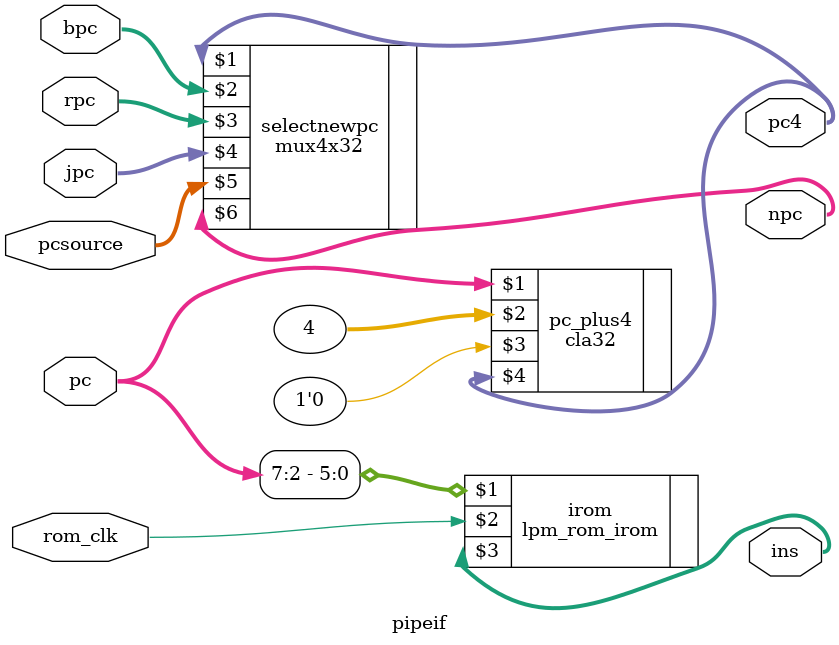
<source format=v>
module pipeif( pcsource,pc,bpc,rpc,jpc,npc,pc4,ins,rom_clk );

	input [31:0] pc,bpc,rpc,jpc;
	input [1:0] pcsource;
	input rom_clk;
	output [31:0] npc,pc4,ins;

	mux4x32 selectnewpc (pc4,bpc,rpc,jpc,pcsource,npc);
	cla32 pc_plus4 (pc,32'h4,1'b0,pc4);
	lpm_rom_irom irom (pc[7:2],rom_clk,ins);// instruction memory.
	//pipeimem inst_mem(pc,ins);
	/*
	module pipeimem(a,inst);
		input [31:0] a;
		output [31:0] a;
		lpm_rom lpm_rom_component (.address(a[7:2],.q(inst)));
		defparam lpm_rom_component.lpm_width =32,
			lpm_rom_component.lpm_widthad =6,
			lpm_rom_component.lpm_numwords ="unused",
			lpm_rom_component.lpm_file ="pipeimem.mif",
			lpm_rom_component.lpm_indata ="unused",
			lpm_rom_component.lpm_outdata ="unused",
			lpm_rom_component.lpm_address_control ="unregistered";
	endmodule
	*/
endmodule

</source>
